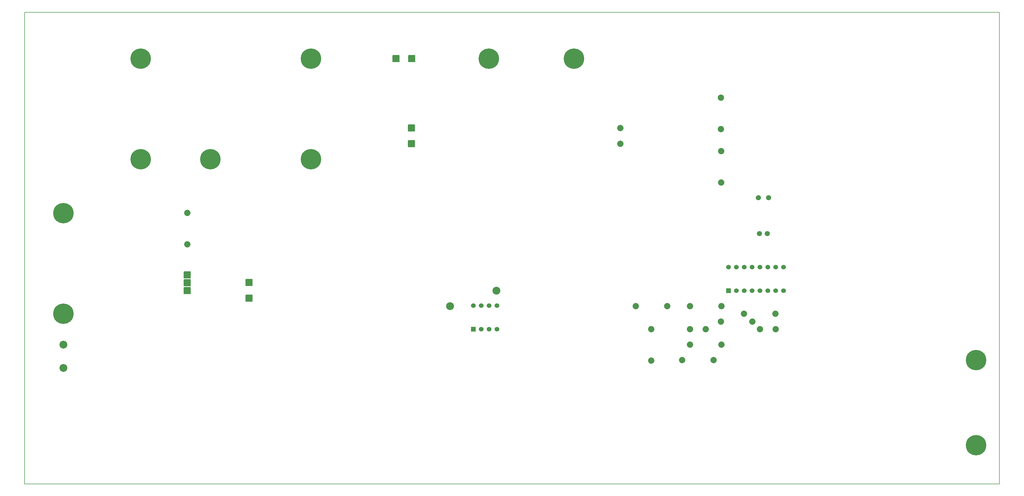
<source format=gbr>
G04 PROTEUS GERBER X2 FILE*
%TF.GenerationSoftware,Labcenter,Proteus,8.7-SP3-Build25561*%
%TF.CreationDate,2020-06-23T21:11:53+00:00*%
%TF.FileFunction,Soldermask,Bot*%
%TF.FilePolarity,Negative*%
%TF.Part,Single*%
%TF.SameCoordinates,{43e51975-e15d-4f1a-9cd5-5ad722afc605}*%
%FSLAX45Y45*%
%MOMM*%
G01*
%AMPPAD013*
4,1,36,
1.143000,1.016000,
1.143000,-1.016000,
1.140470,-1.041970,
1.133200,-1.065980,
1.121650,-1.087580,
1.106290,-1.106290,
1.087570,-1.121650,
1.065980,-1.133200,
1.041970,-1.140470,
1.016000,-1.143000,
-1.016000,-1.143000,
-1.041970,-1.140470,
-1.065980,-1.133200,
-1.087570,-1.121650,
-1.106290,-1.106290,
-1.121650,-1.087580,
-1.133200,-1.065980,
-1.140470,-1.041970,
-1.143000,-1.016000,
-1.143000,1.016000,
-1.140470,1.041970,
-1.133200,1.065980,
-1.121650,1.087580,
-1.106290,1.106290,
-1.087570,1.121650,
-1.065980,1.133200,
-1.041970,1.140470,
-1.016000,1.143000,
1.016000,1.143000,
1.041970,1.140470,
1.065980,1.133200,
1.087570,1.121650,
1.106290,1.106290,
1.121650,1.087580,
1.133200,1.065980,
1.140470,1.041970,
1.143000,1.016000,
0*%
%TA.AperFunction,Material*%
%ADD21PPAD013*%
%TA.AperFunction,Material*%
%ADD22C,6.604000*%
%AMPPAD015*
4,1,36,
1.016000,-1.143000,
-1.016000,-1.143000,
-1.041970,-1.140470,
-1.065980,-1.133200,
-1.087580,-1.121650,
-1.106290,-1.106290,
-1.121650,-1.087570,
-1.133200,-1.065980,
-1.140470,-1.041970,
-1.143000,-1.016000,
-1.143000,1.016000,
-1.140470,1.041970,
-1.133200,1.065980,
-1.121650,1.087570,
-1.106290,1.106290,
-1.087580,1.121650,
-1.065980,1.133200,
-1.041970,1.140470,
-1.016000,1.143000,
1.016000,1.143000,
1.041970,1.140470,
1.065980,1.133200,
1.087580,1.121650,
1.106290,1.106290,
1.121650,1.087570,
1.133200,1.065980,
1.140470,1.041970,
1.143000,1.016000,
1.143000,-1.016000,
1.140470,-1.041970,
1.133200,-1.065980,
1.121650,-1.087570,
1.106290,-1.106290,
1.087580,-1.121650,
1.065980,-1.133200,
1.041970,-1.140470,
1.016000,-1.143000,
0*%
%TA.AperFunction,Material*%
%ADD23PPAD015*%
%ADD24C,2.032000*%
%TA.AperFunction,Material*%
%ADD25C,1.676400*%
%AMPPAD018*
4,1,36,
-0.635000,0.762000,
0.635000,0.762000,
0.660970,0.759470,
0.684980,0.752200,
0.706580,0.740650,
0.725290,0.725290,
0.740650,0.706570,
0.752200,0.684980,
0.759470,0.660970,
0.762000,0.635000,
0.762000,-0.635000,
0.759470,-0.660970,
0.752200,-0.684980,
0.740650,-0.706570,
0.725290,-0.725290,
0.706580,-0.740650,
0.684980,-0.752200,
0.660970,-0.759470,
0.635000,-0.762000,
-0.635000,-0.762000,
-0.660970,-0.759470,
-0.684980,-0.752200,
-0.706580,-0.740650,
-0.725290,-0.725290,
-0.740650,-0.706570,
-0.752200,-0.684980,
-0.759470,-0.660970,
-0.762000,-0.635000,
-0.762000,0.635000,
-0.759470,0.660970,
-0.752200,0.684980,
-0.740650,0.706570,
-0.725290,0.725290,
-0.706580,0.740650,
-0.684980,0.752200,
-0.660970,0.759470,
-0.635000,0.762000,
0*%
%TA.AperFunction,Material*%
%ADD26PPAD018*%
%ADD27C,1.524000*%
%TA.AperFunction,Material*%
%ADD28C,2.540000*%
%TA.AperFunction,Profile*%
%ADD17C,0.203200*%
%TD.AperFunction*%
D21*
X-10746000Y+4254000D03*
X-10746000Y+4000000D03*
X-10746000Y+3746000D03*
D22*
X-14750000Y+6250000D03*
X-14750000Y+3000000D03*
X+14750000Y+1500000D03*
X-12250000Y+11250000D03*
X-12250000Y+8000000D03*
X-10000000Y+8000000D03*
D21*
X-8750000Y+4008000D03*
X-8750000Y+3500000D03*
D22*
X-6750000Y+11250000D03*
X-6750000Y+8000000D03*
D23*
X-4000000Y+11250000D03*
X-3492000Y+11250000D03*
D21*
X-3500000Y+8492000D03*
X-3500000Y+9000000D03*
D22*
X-1000000Y+11250000D03*
D24*
X+3250000Y+8492000D03*
X+3250000Y+9000000D03*
D22*
X+14750000Y-1250000D03*
D24*
X+6500000Y+8968000D03*
X+6500000Y+9984000D03*
X+6508000Y+7242000D03*
X+6508000Y+8258000D03*
D25*
X+7748000Y+5588000D03*
X+8002000Y+5588000D03*
X+7709000Y+6750000D03*
X+8039000Y+6750000D03*
D26*
X+6750000Y+3750000D03*
D27*
X+7004000Y+3750000D03*
X+7258000Y+3750000D03*
X+7512000Y+3750000D03*
X+7766000Y+3750000D03*
X+8020000Y+3750000D03*
X+8274000Y+3750000D03*
X+8528000Y+3750000D03*
X+8528000Y+4512000D03*
X+8274000Y+4512000D03*
X+8020000Y+4512000D03*
X+7766000Y+4512000D03*
X+7512000Y+4512000D03*
X+7258000Y+4512000D03*
X+7004000Y+4512000D03*
X+6750000Y+4512000D03*
D24*
X+8274000Y+2500000D03*
X+7766000Y+2500000D03*
X+8266000Y+3000000D03*
X+7250000Y+3000000D03*
X+5500000Y+3250000D03*
X+6516000Y+3250000D03*
X+6500000Y+2750000D03*
X+7516000Y+2750000D03*
X+5500000Y+2500000D03*
X+6008000Y+2500000D03*
X+3750000Y+3250000D03*
X+4766000Y+3250000D03*
X+6266000Y+1500000D03*
X+5250000Y+1500000D03*
X+4250000Y+2500000D03*
X+4250000Y+1484000D03*
X+5500000Y+2000000D03*
X+6516000Y+2000000D03*
D26*
X-1500000Y+2500000D03*
D27*
X-1246000Y+2500000D03*
X-992000Y+2500000D03*
X-738000Y+2500000D03*
X-738000Y+3262000D03*
X-992000Y+3262000D03*
X-1246000Y+3262000D03*
X-1500000Y+3262000D03*
D24*
X-10742000Y+6258000D03*
X-10742000Y+5242000D03*
D28*
X-14750000Y+2000000D03*
X-14750000Y+1250000D03*
X-750000Y+3750000D03*
X-2250000Y+3250000D03*
D22*
X+1750000Y+11250000D03*
D17*
X-16000000Y-2500000D02*
X+15500000Y-2500000D01*
X+15500000Y+12750000D01*
X-16000000Y+12750000D01*
X-16000000Y-2500000D01*
M02*

</source>
